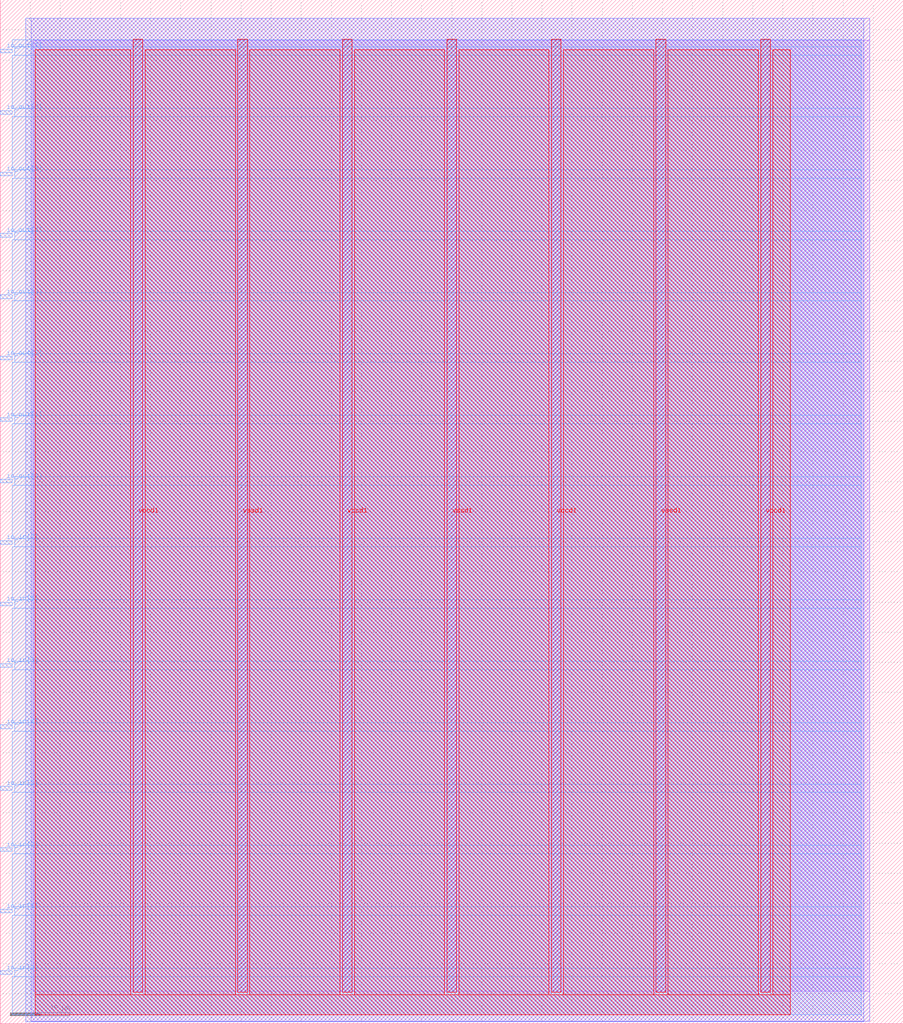
<source format=lef>
VERSION 5.7 ;
  NOWIREEXTENSIONATPIN ON ;
  DIVIDERCHAR "/" ;
  BUSBITCHARS "[]" ;
MACRO noahgaertner_cpu
  CLASS BLOCK ;
  FOREIGN noahgaertner_cpu ;
  ORIGIN 0.000 0.000 ;
  SIZE 150.000 BY 170.000 ;
  PIN io_in[0]
    DIRECTION INPUT ;
    USE SIGNAL ;
    PORT
      LAYER met3 ;
        RECT 0.000 8.200 2.000 8.800 ;
    END
  END io_in[0]
  PIN io_in[1]
    DIRECTION INPUT ;
    USE SIGNAL ;
    PORT
      LAYER met3 ;
        RECT 0.000 18.400 2.000 19.000 ;
    END
  END io_in[1]
  PIN io_in[2]
    DIRECTION INPUT ;
    USE SIGNAL ;
    PORT
      LAYER met3 ;
        RECT 0.000 28.600 2.000 29.200 ;
    END
  END io_in[2]
  PIN io_in[3]
    DIRECTION INPUT ;
    USE SIGNAL ;
    PORT
      LAYER met3 ;
        RECT 0.000 38.800 2.000 39.400 ;
    END
  END io_in[3]
  PIN io_in[4]
    DIRECTION INPUT ;
    USE SIGNAL ;
    PORT
      LAYER met3 ;
        RECT 0.000 49.000 2.000 49.600 ;
    END
  END io_in[4]
  PIN io_in[5]
    DIRECTION INPUT ;
    USE SIGNAL ;
    PORT
      LAYER met3 ;
        RECT 0.000 59.200 2.000 59.800 ;
    END
  END io_in[5]
  PIN io_in[6]
    DIRECTION INPUT ;
    USE SIGNAL ;
    PORT
      LAYER met3 ;
        RECT 0.000 69.400 2.000 70.000 ;
    END
  END io_in[6]
  PIN io_in[7]
    DIRECTION INPUT ;
    USE SIGNAL ;
    PORT
      LAYER met3 ;
        RECT 0.000 79.600 2.000 80.200 ;
    END
  END io_in[7]
  PIN io_out[0]
    DIRECTION OUTPUT TRISTATE ;
    USE SIGNAL ;
    PORT
      LAYER met3 ;
        RECT 0.000 89.800 2.000 90.400 ;
    END
  END io_out[0]
  PIN io_out[1]
    DIRECTION OUTPUT TRISTATE ;
    USE SIGNAL ;
    PORT
      LAYER met3 ;
        RECT 0.000 100.000 2.000 100.600 ;
    END
  END io_out[1]
  PIN io_out[2]
    DIRECTION OUTPUT TRISTATE ;
    USE SIGNAL ;
    PORT
      LAYER met3 ;
        RECT 0.000 110.200 2.000 110.800 ;
    END
  END io_out[2]
  PIN io_out[3]
    DIRECTION OUTPUT TRISTATE ;
    USE SIGNAL ;
    PORT
      LAYER met3 ;
        RECT 0.000 120.400 2.000 121.000 ;
    END
  END io_out[3]
  PIN io_out[4]
    DIRECTION OUTPUT TRISTATE ;
    USE SIGNAL ;
    PORT
      LAYER met3 ;
        RECT 0.000 130.600 2.000 131.200 ;
    END
  END io_out[4]
  PIN io_out[5]
    DIRECTION OUTPUT TRISTATE ;
    USE SIGNAL ;
    PORT
      LAYER met3 ;
        RECT 0.000 140.800 2.000 141.400 ;
    END
  END io_out[5]
  PIN io_out[6]
    DIRECTION OUTPUT TRISTATE ;
    USE SIGNAL ;
    PORT
      LAYER met3 ;
        RECT 0.000 151.000 2.000 151.600 ;
    END
  END io_out[6]
  PIN io_out[7]
    DIRECTION OUTPUT TRISTATE ;
    USE SIGNAL ;
    PORT
      LAYER met3 ;
        RECT 0.000 161.200 2.000 161.800 ;
    END
  END io_out[7]
  PIN vccd1
    DIRECTION INOUT ;
    USE POWER ;
    PORT
      LAYER met4 ;
        RECT 22.090 5.200 23.690 163.440 ;
    END
    PORT
      LAYER met4 ;
        RECT 56.830 5.200 58.430 163.440 ;
    END
    PORT
      LAYER met4 ;
        RECT 91.570 5.200 93.170 163.440 ;
    END
    PORT
      LAYER met4 ;
        RECT 126.310 5.200 127.910 163.440 ;
    END
  END vccd1
  PIN vssd1
    DIRECTION INOUT ;
    USE GROUND ;
    PORT
      LAYER met4 ;
        RECT 39.460 5.200 41.060 163.440 ;
    END
    PORT
      LAYER met4 ;
        RECT 74.200 5.200 75.800 163.440 ;
    END
    PORT
      LAYER met4 ;
        RECT 108.940 5.200 110.540 163.440 ;
    END
  END vssd1
  OBS
      LAYER li1 ;
        RECT 5.520 5.355 144.440 163.285 ;
      LAYER met1 ;
        RECT 5.130 0.380 144.440 166.900 ;
      LAYER met2 ;
        RECT 4.230 0.350 143.420 166.930 ;
      LAYER met3 ;
        RECT 2.000 162.200 142.995 163.365 ;
        RECT 2.400 160.800 142.995 162.200 ;
        RECT 2.000 152.000 142.995 160.800 ;
        RECT 2.400 150.600 142.995 152.000 ;
        RECT 2.000 141.800 142.995 150.600 ;
        RECT 2.400 140.400 142.995 141.800 ;
        RECT 2.000 131.600 142.995 140.400 ;
        RECT 2.400 130.200 142.995 131.600 ;
        RECT 2.000 121.400 142.995 130.200 ;
        RECT 2.400 120.000 142.995 121.400 ;
        RECT 2.000 111.200 142.995 120.000 ;
        RECT 2.400 109.800 142.995 111.200 ;
        RECT 2.000 101.000 142.995 109.800 ;
        RECT 2.400 99.600 142.995 101.000 ;
        RECT 2.000 90.800 142.995 99.600 ;
        RECT 2.400 89.400 142.995 90.800 ;
        RECT 2.000 80.600 142.995 89.400 ;
        RECT 2.400 79.200 142.995 80.600 ;
        RECT 2.000 70.400 142.995 79.200 ;
        RECT 2.400 69.000 142.995 70.400 ;
        RECT 2.000 60.200 142.995 69.000 ;
        RECT 2.400 58.800 142.995 60.200 ;
        RECT 2.000 50.000 142.995 58.800 ;
        RECT 2.400 48.600 142.995 50.000 ;
        RECT 2.000 39.800 142.995 48.600 ;
        RECT 2.400 38.400 142.995 39.800 ;
        RECT 2.000 29.600 142.995 38.400 ;
        RECT 2.400 28.200 142.995 29.600 ;
        RECT 2.000 19.400 142.995 28.200 ;
        RECT 2.400 18.000 142.995 19.400 ;
        RECT 2.000 9.200 142.995 18.000 ;
        RECT 2.400 7.800 142.995 9.200 ;
        RECT 2.000 1.535 142.995 7.800 ;
      LAYER met4 ;
        RECT 5.815 4.800 21.690 161.665 ;
        RECT 24.090 4.800 39.060 161.665 ;
        RECT 41.460 4.800 56.430 161.665 ;
        RECT 58.830 4.800 73.800 161.665 ;
        RECT 76.200 4.800 91.170 161.665 ;
        RECT 93.570 4.800 108.540 161.665 ;
        RECT 110.940 4.800 125.910 161.665 ;
        RECT 128.310 4.800 131.265 161.665 ;
        RECT 5.815 1.535 131.265 4.800 ;
  END
END noahgaertner_cpu
END LIBRARY


</source>
